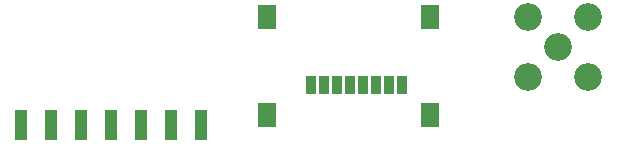
<source format=gbr>
%TF.GenerationSoftware,KiCad,Pcbnew,(5.1.6)-1*%
%TF.CreationDate,2020-12-02T12:11:42+01:00*%
%TF.ProjectId,LoRa_Dongle_Thin,4c6f5261-5f44-46f6-9e67-6c655f546869,rev?*%
%TF.SameCoordinates,Original*%
%TF.FileFunction,Soldermask,Bot*%
%TF.FilePolarity,Negative*%
%FSLAX46Y46*%
G04 Gerber Fmt 4.6, Leading zero omitted, Abs format (unit mm)*
G04 Created by KiCad (PCBNEW (5.1.6)-1) date 2020-12-02 12:11:42*
%MOMM*%
%LPD*%
G01*
G04 APERTURE LIST*
%ADD10R,1.100000X2.610000*%
%ADD11C,2.350000*%
%ADD12R,0.900000X1.600000*%
%ADD13R,1.550000X2.100000*%
G04 APERTURE END LIST*
D10*
%TO.C,J1*%
X44043600Y50643600D03*
X38963600Y50643600D03*
X33883600Y50643600D03*
X28803600Y50643600D03*
X41503600Y50643600D03*
X36423600Y50643600D03*
X31343600Y50643600D03*
%TD*%
D11*
%TO.C,J3*%
X74289400Y57251600D03*
X71749400Y54711600D03*
X76829400Y54711600D03*
X76829400Y59791600D03*
X71749400Y59791600D03*
%TD*%
D12*
%TO.C,J4*%
X53309400Y54076000D03*
X54409400Y54076000D03*
X55509400Y54076000D03*
X56609400Y54076000D03*
X57709400Y54076000D03*
X58809400Y54076000D03*
X59909400Y54076000D03*
X61009400Y54076000D03*
D13*
X63384400Y59776000D03*
X49634400Y59776000D03*
X49634400Y51476000D03*
X63384400Y51476000D03*
%TD*%
M02*

</source>
